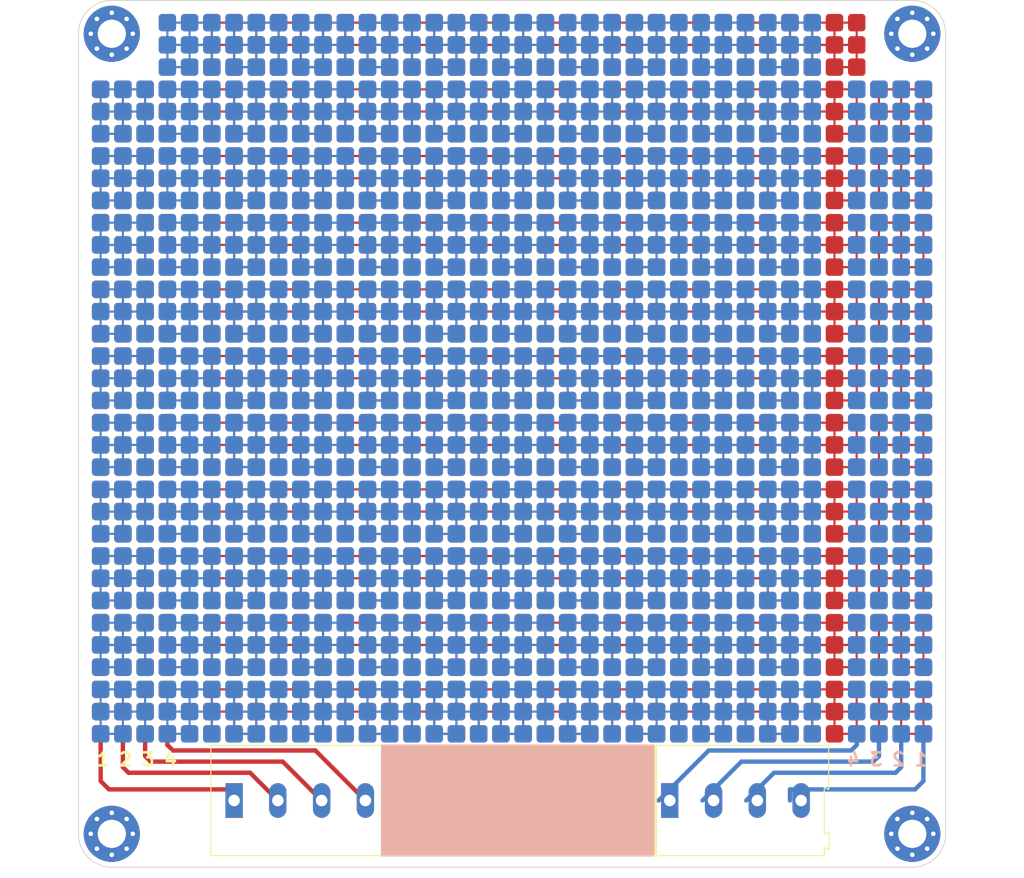
<source format=kicad_pcb>
(kicad_pcb (version 20221018) (generator pcbnew)

  (general
    (thickness 1.6)
  )

  (paper "A4")
  (layers
    (0 "F.Cu" signal)
    (31 "B.Cu" signal)
    (32 "B.Adhes" user "B.Adhesive")
    (33 "F.Adhes" user "F.Adhesive")
    (34 "B.Paste" user)
    (35 "F.Paste" user)
    (36 "B.SilkS" user "B.Silkscreen")
    (37 "F.SilkS" user "F.Silkscreen")
    (38 "B.Mask" user)
    (39 "F.Mask" user)
    (40 "Dwgs.User" user "User.Drawings")
    (41 "Cmts.User" user "User.Comments")
    (42 "Eco1.User" user "User.Eco1")
    (43 "Eco2.User" user "User.Eco2")
    (44 "Edge.Cuts" user)
    (45 "Margin" user)
    (46 "B.CrtYd" user "B.Courtyard")
    (47 "F.CrtYd" user "F.Courtyard")
    (48 "B.Fab" user)
    (49 "F.Fab" user)
    (50 "User.1" user)
    (51 "User.2" user)
    (52 "User.3" user)
    (53 "User.4" user)
    (54 "User.5" user)
    (55 "User.6" user)
    (56 "User.7" user)
    (57 "User.8" user)
    (58 "User.9" user)
  )

  (setup
    (pad_to_mask_clearance 0)
    (pcbplotparams
      (layerselection 0x00010fc_ffffffff)
      (plot_on_all_layers_selection 0x0000000_00000000)
      (disableapertmacros false)
      (usegerberextensions false)
      (usegerberattributes true)
      (usegerberadvancedattributes true)
      (creategerberjobfile true)
      (dashed_line_dash_ratio 12.000000)
      (dashed_line_gap_ratio 3.000000)
      (svgprecision 4)
      (plotframeref false)
      (viasonmask false)
      (mode 1)
      (useauxorigin false)
      (hpglpennumber 1)
      (hpglpenspeed 20)
      (hpglpendiameter 15.000000)
      (dxfpolygonmode true)
      (dxfimperialunits true)
      (dxfusepcbnewfont true)
      (psnegative false)
      (psa4output false)
      (plotreference true)
      (plotvalue true)
      (plotinvisibletext false)
      (sketchpadsonfab false)
      (subtractmaskfromsilk false)
      (outputformat 1)
      (mirror false)
      (drillshape 0)
      (scaleselection 1)
      (outputdirectory "../../ALLGERBERS/BASEBOARD/")
    )
  )

  (net 0 "")

  (footprint (layer "F.Cu") (at 109.22 111.76))

  (footprint (layer "F.Cu") (at 167.64 76.2))

  (footprint (layer "F.Cu") (at 144.78 78.74))

  (footprint (layer "F.Cu") (at 111.76 96.52))

  (footprint (layer "F.Cu") (at 91.44 38.1))

  (footprint (layer "F.Cu") (at 109.22 30.48))

  (footprint (layer "F.Cu") (at 116.84 40.64))

  (footprint (layer "F.Cu") (at 152.4 104.14))

  (footprint "CustSymbols:ManhattanPad" (layer "F.Cu") (at 83.82 60.96))

  (footprint (layer "F.Cu") (at 93.98 86.36))

  (footprint (layer "F.Cu") (at 99.06 111.76))

  (footprint (layer "F.Cu") (at 104.14 109.22))

  (footprint (layer "F.Cu") (at 162.56 71.12))

  (footprint "CustSymbols:ManhattanPad" (layer "F.Cu") (at 86.36 99.06))

  (footprint (layer "F.Cu") (at 91.44 93.98))

  (footprint "CustSymbols:ManhattanPad" (layer "F.Cu") (at 81.28 104.14))

  (footprint (layer "F.Cu") (at 91.44 48.26))

  (footprint (layer "F.Cu") (at 91.44 43.18))

  (footprint (layer "F.Cu") (at 109.22 38.1))

  (footprint (layer "F.Cu") (at 127 101.6))

  (footprint "CustSymbols:ManhattanPad" (layer "F.Cu") (at 86.36 63.5))

  (footprint (layer "F.Cu") (at 170.18 101.6))

  (footprint "CustSymbols:ManhattanPad" (layer "F.Cu") (at 86.36 86.36))

  (footprint (layer "F.Cu") (at 104.14 38.1))

  (footprint (layer "F.Cu") (at 152.4 101.6))

  (footprint (layer "F.Cu") (at 154.94 58.42))

  (footprint (layer "F.Cu") (at 170.18 81.28))

  (footprint (layer "F.Cu") (at 106.68 88.9))

  (footprint (layer "F.Cu") (at 157.48 60.96))

  (footprint (layer "F.Cu") (at 127 76.2))

  (footprint (layer "F.Cu") (at 149.86 111.76))

  (footprint (layer "F.Cu") (at 109.22 99.06))

  (footprint (layer "F.Cu") (at 116.84 104.14))

  (footprint (layer "F.Cu") (at 144.78 96.52))

  (footprint (layer "F.Cu") (at 132.08 96.52))

  (footprint (layer "F.Cu") (at 172.72 78.74))

  (footprint (layer "F.Cu") (at 154.94 78.74))

  (footprint (layer "F.Cu") (at 104.14 106.68))

  (footprint (layer "F.Cu") (at 132.08 43.18))

  (footprint (layer "F.Cu") (at 137.16 111.76))

  (footprint (layer "F.Cu") (at 149.86 99.06))

  (footprint "CustSymbols:ManhattanPad" (layer "F.Cu") (at 86.36 40.64))

  (footprint (layer "F.Cu") (at 121.92 83.82))

  (footprint (layer "F.Cu") (at 99.06 109.22))

  (footprint (layer "F.Cu") (at 152.4 71.12))

  (footprint (layer "F.Cu") (at 114.3 99.06))

  (footprint (layer "F.Cu") (at 144.78 104.14))

  (footprint "CustSymbols:ManhattanPad" (layer "F.Cu") (at 78.74 68.58))

  (footprint (layer "F.Cu") (at 129.54 86.36))

  (footprint (layer "F.Cu") (at 99.06 99.06))

  (footprint (layer "F.Cu") (at 152.4 35.56))

  (footprint (layer "F.Cu") (at 157.48 63.5))

  (footprint (layer "F.Cu") (at 172.72 45.72))

  (footprint (layer "F.Cu") (at 104.14 81.28))

  (footprint (layer "F.Cu") (at 172.72 81.28))

  (footprint (layer "F.Cu") (at 165.1 76.2))

  (footprint (layer "F.Cu") (at 144.78 33.02))

  (footprint (layer "F.Cu") (at 109.22 104.14))

  (footprint (layer "F.Cu") (at 121.92 50.8))

  (footprint (layer "F.Cu") (at 116.84 45.72))

  (footprint (layer "F.Cu") (at 134.62 86.36))

  (footprint (layer "F.Cu") (at 144.78 71.12))

  (footprint (layer "F.Cu") (at 127 43.18))

  (footprint (layer "F.Cu") (at 109.22 35.56))

  (footprint (layer "F.Cu") (at 91.44 104.14))

  (footprint (layer "F.Cu") (at 170.18 45.72))

  (footprint (layer "F.Cu") (at 162.56 96.52))

  (footprint (layer "F.Cu") (at 165.1 33.02))

  (footprint (layer "F.Cu") (at 116.84 53.34))

  (footprint "CustSymbols:ManhattanPad" (layer "F.Cu") (at 78.74 104.14))

  (footprint "CustSymbols:ManhattanPad" (layer "F.Cu") (at 81.28 91.44))

  (footprint (layer "F.Cu") (at 170.18 73.66))

  (footprint (layer "F.Cu") (at 114.3 58.42))

  (footprint (layer "F.Cu") (at 127 68.58))

  (footprint (layer "F.Cu") (at 101.6 43.18))

  (footprint (layer "F.Cu") (at 165.1 63.5))

  (footprint (layer "F.Cu") (at 111.76 71.12))

  (footprint (layer "F.Cu") (at 162.56 93.98))

  (footprint (layer "F.Cu") (at 154.94 93.98))

  (footprint (layer "F.Cu") (at 149.86 76.2))

  (footprint (layer "F.Cu") (at 127 83.82))

  (footprint (layer "F.Cu") (at 162.56 101.6))

  (footprint (layer "F.Cu") (at 127 55.88))

  (footprint (layer "F.Cu") (at 93.98 66.04))

  (footprint "CustSymbols:ManhattanPad" (layer "F.Cu") (at 78.74 91.44))

  (footprint "CustSymbols:ManhattanPad" (layer "F.Cu") (at 78.74 83.82))

  (footprint (layer "F.Cu") (at 116.84 48.26))

  (footprint (layer "F.Cu") (at 106.68 53.34))

  (footprint (layer "F.Cu") (at 119.38 73.66))

  (footprint (layer "F.Cu") (at 99.06 68.58))

  (footprint (layer "F.Cu") (at 170.18 88.9))

  (footprint (layer "F.Cu") (at 119.38 53.34))

  (footprint (layer "F.Cu") (at 134.62 40.64))

  (footprint (layer "F.Cu") (at 154.94 30.48))

  (footprint (layer "F.Cu") (at 132.08 93.98))

  (footprint (layer "F.Cu") (at 96.52 60.96))

  (footprint (layer "F.Cu") (at 109.22 63.5))

  (footprint (layer "F.Cu") (at 119.38 81.28))

  (footprint (layer "F.Cu") (at 162.56 40.64))

  (footprint (layer "F.Cu") (at 109.22 45.72))

  (footprint (layer "F.Cu") (at 154.94 109.22))

  (footprint (layer "F.Cu") (at 91.44 96.52))

  (footprint (layer "F.Cu") (at 160.02 86.36))

  (footprint (layer "F.Cu") (at 162.56 76.2))

  (footprint (layer "F.Cu") (at 99.06 71.12))

  (footprint "CustSymbols:ManhattanPad" (layer "F.Cu") (at 83.82 50.8))

  (footprint "CustSymbols:ManhattanPad" (layer "F.Cu") (at 81.28 93.98))

  (footprint (layer "F.Cu") (at 119.38 99.06))

  (footprint (layer "F.Cu") (at 144.78 88.9))

  (footprint (layer "F.Cu") (at 154.94 96.52))

  (footprint (layer "F.Cu") (at 160.02 71.12))

  (footprint (layer "F.Cu") (at 144.78 53.34))

  (footprint (layer "F.Cu") (at 132.08 40.64))

  (footprint (layer "F.Cu") (at 172.72 104.14))

  (footprint (layer "F.Cu") (at 104.14 78.74))

  (footprint (layer "F.Cu") (at 121.92 38.1))

  (footprint (layer "F.Cu") (at 101.6 101.6))

  (footprint (layer "F.Cu") (at 127 78.74))

  (footprint (layer "F.Cu") (at 132.08 53.34))

  (footprint (layer "F.Cu") (at 121.92 68.58))

  (footprint (layer "F.Cu") (at 91.44 86.36))

  (footprint (layer "F.Cu") (at 147.32 55.88))

  (footprint (layer "F.Cu") (at 106.68 50.8))

  (footprint (layer "F.Cu") (at 93.98 30.48))

  (footprint (layer "F.Cu") (at 154.94 101.6))

  (footprint "CustSymbols:ManhattanPad" (layer "F.Cu") (at 83.82 96.52))

  (footprint (layer "F.Cu") (at 121.92 73.66))

  (footprint (layer "F.Cu") (at 162.56 38.1))

  (footprint (layer "F.Cu") (at 154.94 45.72))

  (footprint (layer "F.Cu") (at 134.62 78.74))

  (footprint (layer "F.Cu") (at 142.24 35.56))

  (footprint (layer "F.Cu") (at 78.74 99.06))

  (footprint (layer "F.Cu") (at 167.64 50.8))

  (footprint (layer "F.Cu") (at 96.52 99.06))

  (footprint "CustSymbols:ManhattanPad" (layer "F.Cu") (at 81.28 50.8))

  (footprint (layer "F.Cu") (at 114.3 111.76))

  (footprint (layer "F.Cu") (at 139.7 99.06))

  (footprint (layer "F.Cu") (at 149.86 109.22))

  (footprint (layer "F.Cu") (at 121.92 43.18))

  (footprint (layer "F.Cu") (at 142.24 78.74))

  (footprint (layer "F.Cu") (at 152.4 33.02))

  (footprint (layer "F.Cu") (at 132.08 104.14))

  (footprint "MountingHole:MountingHole_3.2mm_M3_Pad_Via" (layer "F.Cu") (at 171.45 123.19))

  (footprint (layer "F.Cu") (at 134.62 91.44))

  (footprint (layer "F.Cu") (at 124.46 96.52))

  (footprint (layer "F.Cu") (at 162.56 78.74))

  (footprint (layer "F.Cu") (at 124.46 93.98))

  (footprint (layer "F.Cu") (at 157.48 76.2))

  (footprint (layer "F.Cu") (at 154.94 76.2))

  (footprint "CustSymbols:ManhattanPad" (layer "F.Cu") (at 83.82 45.72))

  (footprint (layer "F.Cu") (at 109.22 60.96))

  (footprint (layer "F.Cu") (at 121.92 55.88))

  (footprint (layer "F.Cu") (at 167.64 104.14))

  (footprint (layer "F.Cu") (at 114.3 45.72))

  (footprint (layer "F.Cu") (at 137.16 60.96))

  (footprint (layer "F.Cu") (at 111.76 55.88))

  (footprint (layer "F.Cu") (at 152.4 111.76))

  (footprint (layer "F.Cu") (at 137.16 35.56))

  (footprint "CustSymbols:ManhattanPad" (layer "F.Cu") (at 83.82 55.88))

  (footprint (layer "F.Cu") (at 129.54 78.74))

  (footprint (layer "F.Cu") (at 132.08 33.02))

  (footprint (layer "F.Cu") (at 114.3 55.88))

  (footprint (layer "F.Cu") (at 147.32 73.66))

  (footprint (layer "F.Cu") (at 165.1 43.18))

  (footprint (layer "F.Cu") (at 114.3 68.58))

  (footprint (layer "F.Cu") (at 99.06 35.56))

  (footprint (layer "F.Cu") (at 91.44 33.02))

  (footprint (layer "F.Cu") (at 111.76 73.66))

  (footprint (layer "F.Cu") (at 144.78 91.44))

  (footprint (layer "F.Cu") (at 149.86 83.82))

  (footprint (layer "F.Cu") (at 104.14 45.72))

  (footprint (layer "F.Cu") (at 129.54 101.6))

  (footprint (layer "F.Cu") (at 152.4 40.64))

  (footprint (layer "F.Cu") (at 170.18 58.42))

  (footprint (layer "F.Cu") (at 144.78 43.18))

  (footprint (layer "F.Cu") (at 142.24 63.5))

  (footprint (layer "F.Cu") (at 157.48 48.26))

  (footprint (layer "F.Cu") (at 121.92 96.52))

  (footprint (layer "F.Cu") (at 119.38 101.6))

  (footprint (layer "F.Cu") (at 91.44 111.76))

  (footprint (layer "F.Cu") (at 91.44 68.58))

  (footprint "CustSymbols:ManhattanPad" (layer "F.Cu") (at 78.74 93.98))

  (footprint "CustSymbols:ManhattanPad" (layer "F.Cu") (at 81.28 71.12))

  (footprint (layer "F.Cu") (at 154.94 66.04))

  (footprint (layer "F.Cu") (at 114.3 66.04))

  (footprint (layer "F.Cu") (at 132.08 50.8))

  (footprint (layer "F.Cu") (at 124.46 55.88))

  (footprint (layer "F.Cu") (at 101.6 73.66))

  (footprint (layer "F.Cu") (at 147.32 88.9))

  (footprint (layer "F.Cu") (at 132.08 78.74))

  (footprint (layer "F.Cu") (at 152.4 45.72))

  (footprint (layer "F.Cu") (at 160.02 55.88))

  (footprint (layer "F.Cu") (at 119.38 96.52))

  (footprint "CustSymbols:ManhattanPad" (layer "F.Cu") (at 81.28 111.76))

  (footprint (layer "F.Cu") (at 119.38 111.76))

  (footprint (layer "F.Cu") (at 144.78 109.22))

  (footprint (layer "F.Cu") (at 114.3 109.22))

  (footprint (layer "F.Cu") (at 127 30.48))

  (footprint (layer "F.Cu") (at 167.64 45.72))

  (footprint (layer "F.Cu") (at 157.48 81.28))

  (footprint (layer "F.Cu") (at 114.3 33.02))

  (footprint (layer "F.Cu") (at 93.98 53.34))

  (footprint (layer "F.Cu") (at 160.02 33.02))

  (footprint (layer "F.Cu") (at 167.64 48.26))

  (footprint "CustSymbols:ManhattanPad" (layer "F.Cu") (at 83.82 73.66))

  (footprint (layer "F.Cu") (at 137.16 81.28))

  (footprint (layer "F.Cu") (at 129.54 40.64))

  (footprint (layer "F.Cu") (at 116.84 76.2))

  (footprint (layer "F.Cu") (at 114.3 88.9))

  (footprint (layer "F.Cu") (at 93.98 45.72))

  (footprint (layer "F.Cu") (at 162.56 55.88))

  (footprint (layer "F.Cu") (at 96.52 111.76))

  (footprint (layer "F.Cu") (at 149.86 91.44))

  (footprint (layer "F.Cu") (at 132.08 109.22))

  (footprint (layer "F.Cu") (at 165.1 60.96))

  (footprint (layer "F.Cu") (at 101.6 111.76))

  (footprint (layer "F.Cu") (at 170.18 71.12))

  (footprint (layer "F.Cu") (at 149.86 53.34))

  (footprint (layer "F.Cu") (at 124.46 88.9))

  (footprint "CustSymbols:ManhattanPad" (layer "F.Cu") (at 86.36 43.18))

  (footprint (layer "F.Cu") (at 96.52 30.48))

  (footprint (layer "F.Cu") (at 96.52 50.8))

  (footprint (layer "F.Cu") (at 147.32 91.44))

  (footprint (layer "F.Cu") (at 149.86 96.52))

  (footprint (layer "F.Cu") (at 162.56 109.22))

  (footprint (layer "F.Cu") (at 144.78 73.66))

  (footprint (layer "F.Cu") (at 101.6 83.82))

  (footprint (layer "F.Cu") (at 165.1 45.72))

  (footprint "CustSymbols:ManhattanPad" (layer "F.Cu") (at 78.74 38.1))

  (footprint (layer "F.Cu") (at 124.46 76.2))

  (footprint (layer "F.Cu") (at 127 50.8))

  (footprint (layer "F.Cu") (at 129.54 68.58))

  (footprint (layer "F.Cu") (at 99.06 33.02))

  (footprint (layer "F.Cu") (at 160.02 76.2))

  (footprint (layer "F.Cu") (at 96.52 96.52))

  (footprint (layer "F.Cu") (at 124.46 30.48))

  (footprint "CustSymbols:ManhattanPad" (layer "F.Cu") (at 83.82 83.82))

  (footprint (layer "F.Cu") (at 134.62 58.42))

  (footprint (layer "F.Cu") (at 121.92 30.48))

  (footprint (layer "F.Cu") (at 162.56 43.18))

  (footprint (layer "F.Cu") (at 142.24 91.44))

  (footprint (layer "F.Cu") (at 167.64 40.64))

  (footprint (layer "F.Cu") (at 139.7 83.82))

  (footprint (layer "F.Cu") (at 154.94 33.02))

  (footprint (layer "F.Cu") (at 104.14 93.98))

  (footprint (layer "F.Cu") (at 139.7 106.68))

  (footprint (layer "F.Cu") (at 104.14 96.52))

  (footprint (layer "F.Cu") (at 139.7 71.12))

  (footprint (layer "F.Cu") (at 172.72 58.42))

  (footprint (layer "F.Cu") (at 91.44 101.6))

  (footprint "CustSymbols:ManhattanPad" (layer "F.Cu") (at 78.74 73.66))

  (footprint (layer "F.Cu") (at 101.6 55.88))

  (footprint "CustSymbols:ManhattanPad" (layer "F.Cu") (at 83.82 93.98))

  (footprint (layer "F.Cu") (at 170.18 38.1))

  (footprint (layer "F.Cu") (at 91.44 30.48))

  (footprint (layer "F.Cu") (at 106.68 111.76))

  (footprint (layer "F.Cu") (at 172.72 111.76))

  (footprint (layer "F.Cu") (at 144.78 38.1))

  (footprint "CustSymbols:ManhattanPad" (layer "F.Cu") (at 81.28 81.28))

  (footprint (layer "F.Cu") (at 147.32 53.34))

  (footprint (layer "F.Cu") (at 170.18 91.44))

  (footprint (layer "F.Cu") (at 91.44 73.66))

  (footprint (layer "F.Cu") (at 99.06 76.2))

  (footprint "CustSymbols:ManhattanPad" (layer "F.Cu") (at 78.74 88.9))

  (footprint (layer "F.Cu") (at 99.06 83.82))

  (footprint "CustSymbols:ManhattanPad" (layer "F.Cu") (at 83.82 78.74))

  (footprint (layer "F.Cu") (at 109.22 33.02))

  (footprint (layer "F.Cu") (at 119.38 78.74))

  (footprint "CustSymbols:ManhattanPad" (layer "F.Cu") (at 81.28 45.72))

  (footprint (layer "F.Cu") (at 134.62 30.48))

  (footprint (layer "F.Cu") (at 152.4 66.04))

  (footprint (layer "F.Cu") (at 154.94 68.58))

  (footprint (layer "F.Cu") (at 167.64 71.12))

  (footprint (layer "F.Cu") (at 109.22 81.28))

  (footprint (layer "F.Cu") (at 109.22 43.18))

  (footprint (layer "F.Cu") (at 111.76 68.58))

  (footprint (layer "F.Cu") (at 152.4 96.52))

  (footprint "CustSymbols:ManhattanPad" (layer "F.Cu") (at 81.28 63.5))

  (footprint (layer "F.Cu") (at 124.46 91.44))

  (footprint (layer "F.Cu") (at 147.32 60.96))

  (footprint (layer "F.Cu") (at 162.56 35.56))

  (footprint (layer "F.Cu") (at 147.32 101.6))

  (footprint "CustSymbols:ManhattanPad" (layer "F.Cu") (at 78.74 111.76))

  (footprint (layer "F.Cu") (at 134.62 55.88))

  (footprint (layer "F.Cu") (at 170.18 83.82))

  (footprint "CustSymbols:ManhattanPad" (layer "F.Cu") (at 83.82 68.58))

  (footprint "CustSymbols:ManhattanPad" (layer "F.Cu") (at 83.82 58.42))

  (footprint (layer "F.Cu") (at 114.3 43.18))

  (footprint (layer "F.Cu") (at 109.22 109.22))

  (footprint (layer "F.Cu") (at 99.06 81.28))

  (footprint (layer "F.Cu") (at 129.54 45.72))

  (footprint (layer "F.Cu") (at 152.4 50.8))

  (footprint (layer "F.Cu") (at 139.7 109.22))

  (footprint "CustSymbols:ManhattanPad" (layer "F.Cu") (at 83.82 76.2))

  (footprint (layer "F.Cu") (at 96.52 88.9))

  (footprint "CustSymbols:ManhattanPad" (layer "F.Cu") (at 78.74 78.74))

  (footprint (layer "F.Cu") (at 127 63.5))

  (footprint (layer "F.Cu") (at 132.08 76.2))

  (footprint (layer "F.Cu") (at 127 60.96))

  (footprint (layer "F.Cu") (at 119.38 91.44))

  (footprint (layer "F.Cu") (at 172.72 66.04))

  (footprint (layer "F.Cu") (at 170.18 78.74))

  (footprint "CustSymbols:ManhattanPad" (layer "F.Cu") (at 78.74 71.12))

  (footprint (layer "F.Cu") (at 121.92 35.56))

  (footprint (layer "F.Cu") (at 139.7 91.44))

  (footprint (layer "F.Cu") (at 149.86 63.5))

  (footprint "CustSymbols:ManhattanPad" (layer "F.Cu") (at 86.36 68.58))

  (footprint (layer "F.Cu") (at 172.72 55.88))

  (footprint "" (layer "F.Cu")
    (tstamp 45ca142a-7aa7-462a-b754-4fd64c26c49e)
    (at 129.54 81.28)
    (fp_text reference "" (at 0 0) (layer "F.SilkS")
        (effects (fon
... [1801780 chars truncated]
</source>
